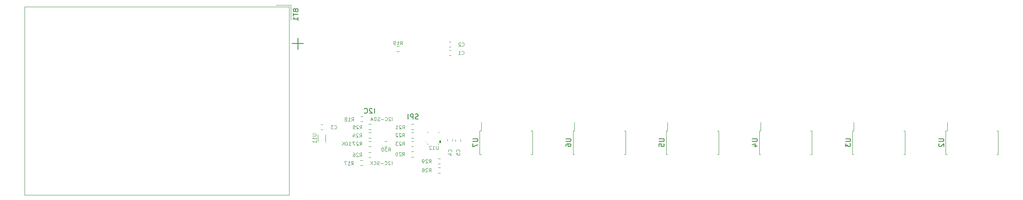
<source format=gbr>
G04 #@! TF.GenerationSoftware,KiCad,Pcbnew,(5.1.12)-1*
G04 #@! TF.CreationDate,2022-05-10T22:26:18-07:00*
G04 #@! TF.ProjectId,Spring2022,53707269-6e67-4323-9032-322e6b696361,rev?*
G04 #@! TF.SameCoordinates,PX3a2c940PY3fe56c0*
G04 #@! TF.FileFunction,Legend,Bot*
G04 #@! TF.FilePolarity,Positive*
%FSLAX46Y46*%
G04 Gerber Fmt 4.6, Leading zero omitted, Abs format (unit mm)*
G04 Created by KiCad (PCBNEW (5.1.12)-1) date 2022-05-10 22:26:18*
%MOMM*%
%LPD*%
G01*
G04 APERTURE LIST*
%ADD10C,0.070000*%
%ADD11C,0.200000*%
%ADD12C,0.120000*%
%ADD13C,0.100000*%
%ADD14C,0.150000*%
G04 APERTURE END LIST*
D10*
X83170000Y6843334D02*
X83170000Y7543334D01*
X82870000Y7476667D02*
X82836666Y7510000D01*
X82770000Y7543334D01*
X82603333Y7543334D01*
X82536666Y7510000D01*
X82503333Y7476667D01*
X82470000Y7410000D01*
X82470000Y7343334D01*
X82503333Y7243334D01*
X82903333Y6843334D01*
X82470000Y6843334D01*
X81770000Y6910000D02*
X81803333Y6876667D01*
X81903333Y6843334D01*
X81970000Y6843334D01*
X82070000Y6876667D01*
X82136666Y6943334D01*
X82170000Y7010000D01*
X82203333Y7143334D01*
X82203333Y7243334D01*
X82170000Y7376667D01*
X82136666Y7443334D01*
X82070000Y7510000D01*
X81970000Y7543334D01*
X81903333Y7543334D01*
X81803333Y7510000D01*
X81770000Y7476667D01*
X81470000Y7110000D02*
X80936666Y7110000D01*
X80636666Y6876667D02*
X80536666Y6843334D01*
X80370000Y6843334D01*
X80303333Y6876667D01*
X80270000Y6910000D01*
X80236666Y6976667D01*
X80236666Y7043334D01*
X80270000Y7110000D01*
X80303333Y7143334D01*
X80370000Y7176667D01*
X80503333Y7210000D01*
X80570000Y7243334D01*
X80603333Y7276667D01*
X80636666Y7343334D01*
X80636666Y7410000D01*
X80603333Y7476667D01*
X80570000Y7510000D01*
X80503333Y7543334D01*
X80336666Y7543334D01*
X80236666Y7510000D01*
X79536666Y6910000D02*
X79570000Y6876667D01*
X79670000Y6843334D01*
X79736666Y6843334D01*
X79836666Y6876667D01*
X79903333Y6943334D01*
X79936666Y7010000D01*
X79970000Y7143334D01*
X79970000Y7243334D01*
X79936666Y7376667D01*
X79903333Y7443334D01*
X79836666Y7510000D01*
X79736666Y7543334D01*
X79670000Y7543334D01*
X79570000Y7510000D01*
X79536666Y7476667D01*
X79236666Y6843334D02*
X79236666Y7543334D01*
X78836666Y6843334D02*
X79136666Y7243334D01*
X78836666Y7543334D02*
X79236666Y7143334D01*
X83250000Y15693334D02*
X83250000Y16393334D01*
X82950000Y16326667D02*
X82916666Y16360000D01*
X82850000Y16393334D01*
X82683333Y16393334D01*
X82616666Y16360000D01*
X82583333Y16326667D01*
X82550000Y16260000D01*
X82550000Y16193334D01*
X82583333Y16093334D01*
X82983333Y15693334D01*
X82550000Y15693334D01*
X81850000Y15760000D02*
X81883333Y15726667D01*
X81983333Y15693334D01*
X82050000Y15693334D01*
X82150000Y15726667D01*
X82216666Y15793334D01*
X82250000Y15860000D01*
X82283333Y15993334D01*
X82283333Y16093334D01*
X82250000Y16226667D01*
X82216666Y16293334D01*
X82150000Y16360000D01*
X82050000Y16393334D01*
X81983333Y16393334D01*
X81883333Y16360000D01*
X81850000Y16326667D01*
X81550000Y15960000D02*
X81016666Y15960000D01*
X80716666Y15726667D02*
X80616666Y15693334D01*
X80450000Y15693334D01*
X80383333Y15726667D01*
X80350000Y15760000D01*
X80316666Y15826667D01*
X80316666Y15893334D01*
X80350000Y15960000D01*
X80383333Y15993334D01*
X80450000Y16026667D01*
X80583333Y16060000D01*
X80650000Y16093334D01*
X80683333Y16126667D01*
X80716666Y16193334D01*
X80716666Y16260000D01*
X80683333Y16326667D01*
X80650000Y16360000D01*
X80583333Y16393334D01*
X80416666Y16393334D01*
X80316666Y16360000D01*
X80016666Y15693334D02*
X80016666Y16393334D01*
X79850000Y16393334D01*
X79750000Y16360000D01*
X79683333Y16293334D01*
X79650000Y16226667D01*
X79616666Y16093334D01*
X79616666Y15993334D01*
X79650000Y15860000D01*
X79683333Y15793334D01*
X79750000Y15726667D01*
X79850000Y15693334D01*
X80016666Y15693334D01*
X79350000Y15893334D02*
X79016666Y15893334D01*
X79416666Y15693334D02*
X79183333Y16393334D01*
X78950000Y15693334D01*
X74567333Y10733334D02*
X74967333Y10733334D01*
X74767333Y10733334D02*
X74767333Y11433334D01*
X74834000Y11333334D01*
X74900666Y11266667D01*
X74967333Y11233334D01*
X74134000Y11433334D02*
X74067333Y11433334D01*
X74000666Y11400000D01*
X73967333Y11366667D01*
X73934000Y11300000D01*
X73900666Y11166667D01*
X73900666Y11000000D01*
X73934000Y10866667D01*
X73967333Y10800000D01*
X74000666Y10766667D01*
X74067333Y10733334D01*
X74134000Y10733334D01*
X74200666Y10766667D01*
X74234000Y10800000D01*
X74267333Y10866667D01*
X74300666Y11000000D01*
X74300666Y11166667D01*
X74267333Y11300000D01*
X74234000Y11366667D01*
X74200666Y11400000D01*
X74134000Y11433334D01*
X73600666Y10733334D02*
X73600666Y11433334D01*
X73200666Y10733334D02*
X73500666Y11133334D01*
X73200666Y11433334D02*
X73600666Y11033334D01*
D11*
X79696190Y17167620D02*
X79696190Y18167620D01*
X79267619Y18072381D02*
X79220000Y18120000D01*
X79124761Y18167620D01*
X78886666Y18167620D01*
X78791428Y18120000D01*
X78743809Y18072381D01*
X78696190Y17977143D01*
X78696190Y17881905D01*
X78743809Y17739048D01*
X79315238Y17167620D01*
X78696190Y17167620D01*
X77696190Y17262858D02*
X77743809Y17215239D01*
X77886666Y17167620D01*
X77981904Y17167620D01*
X78124761Y17215239D01*
X78220000Y17310477D01*
X78267619Y17405715D01*
X78315238Y17596191D01*
X78315238Y17739048D01*
X78267619Y17929524D01*
X78220000Y18024762D01*
X78124761Y18120000D01*
X77981904Y18167620D01*
X77886666Y18167620D01*
X77743809Y18120000D01*
X77696190Y18072381D01*
X88447809Y16045239D02*
X88304952Y15997620D01*
X88066857Y15997620D01*
X87971619Y16045239D01*
X87924000Y16092858D01*
X87876380Y16188096D01*
X87876380Y16283334D01*
X87924000Y16378572D01*
X87971619Y16426191D01*
X88066857Y16473810D01*
X88257333Y16521429D01*
X88352571Y16569048D01*
X88400190Y16616667D01*
X88447809Y16711905D01*
X88447809Y16807143D01*
X88400190Y16902381D01*
X88352571Y16950000D01*
X88257333Y16997620D01*
X88019238Y16997620D01*
X87876380Y16950000D01*
X87447809Y15997620D02*
X87447809Y16997620D01*
X87066857Y16997620D01*
X86971619Y16950000D01*
X86924000Y16902381D01*
X86876380Y16807143D01*
X86876380Y16664286D01*
X86924000Y16569048D01*
X86971619Y16521429D01*
X87066857Y16473810D01*
X87447809Y16473810D01*
X86447809Y15997620D02*
X86447809Y16997620D01*
D12*
G04 #@! TO.C,U12*
X90004828Y11490000D02*
G75*
G03*
X90004828Y11490000I-60828J0D01*
G01*
X90227500Y13436500D02*
X90397071Y13436500D01*
X92640500Y11023500D02*
X92470929Y11023500D01*
X90397071Y11023500D02*
X90227500Y11023500D01*
X92470929Y13436500D02*
X92640500Y13436500D01*
D13*
G36*
X92932600Y11289499D02*
G01*
X92932600Y11670499D01*
X92678600Y11670499D01*
X92678600Y11289499D01*
X92932600Y11289499D01*
G37*
X92932600Y11289499D02*
X92932600Y11670499D01*
X92678600Y11670499D01*
X92678600Y11289499D01*
X92932600Y11289499D01*
D12*
G04 #@! TO.C,U7*
X111290000Y11300000D02*
X111290000Y8915000D01*
X111290000Y8915000D02*
X111010000Y8915000D01*
X111290000Y11300000D02*
X111290000Y13685000D01*
X111290000Y13685000D02*
X111010000Y13685000D01*
X100770000Y11300000D02*
X100770000Y8915000D01*
X100770000Y8915000D02*
X101050000Y8915000D01*
X100770000Y11300000D02*
X100770000Y13685000D01*
X100770000Y13685000D02*
X101050000Y13685000D01*
X101050000Y13685000D02*
X101050000Y15350000D01*
G04 #@! TO.C,R30*
X81756742Y10527500D02*
X82231258Y10527500D01*
X81756742Y11572500D02*
X82231258Y11572500D01*
D13*
G04 #@! TO.C,U11*
X69934000Y11450000D02*
X69934000Y12850000D01*
X68434000Y11450000D02*
X68434000Y12850000D01*
X70034000Y11150000D02*
G75*
G03*
X70034000Y11150000I-50000J0D01*
G01*
D12*
G04 #@! TO.C,R29*
X92871258Y8052500D02*
X92396742Y8052500D01*
X92871258Y7007500D02*
X92396742Y7007500D01*
G04 #@! TO.C,R28*
X92871258Y6252500D02*
X92396742Y6252500D01*
X92871258Y5207500D02*
X92396742Y5207500D01*
G04 #@! TO.C,R27*
X78546742Y10527500D02*
X79021258Y10527500D01*
X78546742Y11572500D02*
X79021258Y11572500D01*
G04 #@! TO.C,R26*
X78526742Y8307500D02*
X79001258Y8307500D01*
X78526742Y9352500D02*
X79001258Y9352500D01*
G04 #@! TO.C,R25*
X78546742Y13927500D02*
X79021258Y13927500D01*
X78546742Y14972500D02*
X79021258Y14972500D01*
G04 #@! TO.C,R24*
X79021258Y13272500D02*
X78546742Y13272500D01*
X79021258Y12227500D02*
X78546742Y12227500D01*
G04 #@! TO.C,R23*
X87086742Y10527500D02*
X87561258Y10527500D01*
X87086742Y11572500D02*
X87561258Y11572500D01*
G04 #@! TO.C,R22*
X87086742Y12227500D02*
X87561258Y12227500D01*
X87086742Y13272500D02*
X87561258Y13272500D01*
G04 #@! TO.C,R21*
X87086742Y13927500D02*
X87561258Y13927500D01*
X87086742Y14972500D02*
X87561258Y14972500D01*
G04 #@! TO.C,R20*
X87086742Y8439500D02*
X87561258Y8439500D01*
X87086742Y9484500D02*
X87561258Y9484500D01*
G04 #@! TO.C,R19*
X84637258Y30622500D02*
X84162742Y30622500D01*
X84637258Y29577500D02*
X84162742Y29577500D01*
G04 #@! TO.C,R18*
X76902742Y15517500D02*
X77377258Y15517500D01*
X76902742Y16562500D02*
X77377258Y16562500D01*
G04 #@! TO.C,R17*
X76872742Y6707500D02*
X77347258Y6707500D01*
X76872742Y7752500D02*
X77347258Y7752500D01*
G04 #@! TO.C,C5*
X95924000Y11558733D02*
X95924000Y11901267D01*
X96944000Y11558733D02*
X96944000Y11901267D01*
G04 #@! TO.C,C4*
X94324000Y11583733D02*
X94324000Y11926267D01*
X95344000Y11583733D02*
X95344000Y11926267D01*
G04 #@! TO.C,C3*
X69008733Y14920000D02*
X69351267Y14920000D01*
X69008733Y13900000D02*
X69351267Y13900000D01*
G04 #@! TO.C,C2*
X94624733Y31494000D02*
X94967267Y31494000D01*
X94624733Y30474000D02*
X94967267Y30474000D01*
G04 #@! TO.C,C1*
X94604733Y29804000D02*
X94947267Y29804000D01*
X94604733Y28784000D02*
X94947267Y28784000D01*
G04 #@! TO.C,BT1*
X62990000Y35900000D02*
X62990000Y38900000D01*
X62990000Y38900000D02*
X59990000Y38900000D01*
X62610000Y38520000D02*
X9740000Y38520000D01*
X9740000Y38520000D02*
X9740000Y780000D01*
X62610000Y780000D02*
X9740000Y780000D01*
X62610000Y38520000D02*
X62610000Y780000D01*
G04 #@! TO.C,U6*
X129930000Y11300000D02*
X129930000Y8915000D01*
X129930000Y8915000D02*
X129650000Y8915000D01*
X129930000Y11300000D02*
X129930000Y13685000D01*
X129930000Y13685000D02*
X129650000Y13685000D01*
X119410000Y11300000D02*
X119410000Y8915000D01*
X119410000Y8915000D02*
X119690000Y8915000D01*
X119410000Y11300000D02*
X119410000Y13685000D01*
X119410000Y13685000D02*
X119690000Y13685000D01*
X119690000Y13685000D02*
X119690000Y15350000D01*
G04 #@! TO.C,U5*
X148570000Y11300000D02*
X148570000Y8915000D01*
X148570000Y8915000D02*
X148290000Y8915000D01*
X148570000Y11300000D02*
X148570000Y13685000D01*
X148570000Y13685000D02*
X148290000Y13685000D01*
X138050000Y11300000D02*
X138050000Y8915000D01*
X138050000Y8915000D02*
X138330000Y8915000D01*
X138050000Y11300000D02*
X138050000Y13685000D01*
X138050000Y13685000D02*
X138330000Y13685000D01*
X138330000Y13685000D02*
X138330000Y15350000D01*
G04 #@! TO.C,U4*
X167210000Y11300000D02*
X167210000Y8915000D01*
X167210000Y8915000D02*
X166930000Y8915000D01*
X167210000Y11300000D02*
X167210000Y13685000D01*
X167210000Y13685000D02*
X166930000Y13685000D01*
X156690000Y11300000D02*
X156690000Y8915000D01*
X156690000Y8915000D02*
X156970000Y8915000D01*
X156690000Y11300000D02*
X156690000Y13685000D01*
X156690000Y13685000D02*
X156970000Y13685000D01*
X156970000Y13685000D02*
X156970000Y15350000D01*
G04 #@! TO.C,U3*
X185850000Y11300000D02*
X185850000Y8915000D01*
X185850000Y8915000D02*
X185570000Y8915000D01*
X185850000Y11300000D02*
X185850000Y13685000D01*
X185850000Y13685000D02*
X185570000Y13685000D01*
X175330000Y11300000D02*
X175330000Y8915000D01*
X175330000Y8915000D02*
X175610000Y8915000D01*
X175330000Y11300000D02*
X175330000Y13685000D01*
X175330000Y13685000D02*
X175610000Y13685000D01*
X175610000Y13685000D02*
X175610000Y15350000D01*
G04 #@! TO.C,U2*
X204490000Y11300000D02*
X204490000Y8915000D01*
X204490000Y8915000D02*
X204210000Y8915000D01*
X204490000Y11300000D02*
X204490000Y13685000D01*
X204490000Y13685000D02*
X204210000Y13685000D01*
X193970000Y11300000D02*
X193970000Y8915000D01*
X193970000Y8915000D02*
X194250000Y8915000D01*
X193970000Y11300000D02*
X193970000Y13685000D01*
X193970000Y13685000D02*
X194250000Y13685000D01*
X194250000Y13685000D02*
X194250000Y15350000D01*
G04 #@! TO.C,U12*
D10*
X92410666Y10615334D02*
X92410666Y10048667D01*
X92377333Y9982000D01*
X92344000Y9948667D01*
X92277333Y9915334D01*
X92144000Y9915334D01*
X92077333Y9948667D01*
X92044000Y9982000D01*
X92010666Y10048667D01*
X92010666Y10615334D01*
X91310666Y9915334D02*
X91710666Y9915334D01*
X91510666Y9915334D02*
X91510666Y10615334D01*
X91577333Y10515334D01*
X91644000Y10448667D01*
X91710666Y10415334D01*
X91044000Y10548667D02*
X91010666Y10582000D01*
X90944000Y10615334D01*
X90777333Y10615334D01*
X90710666Y10582000D01*
X90677333Y10548667D01*
X90644000Y10482000D01*
X90644000Y10415334D01*
X90677333Y10315334D01*
X91077333Y9915334D01*
X90644000Y9915334D01*
G04 #@! TO.C,U7*
D14*
X99382380Y12061905D02*
X100191904Y12061905D01*
X100287142Y12014286D01*
X100334761Y11966667D01*
X100382380Y11871429D01*
X100382380Y11680953D01*
X100334761Y11585715D01*
X100287142Y11538096D01*
X100191904Y11490477D01*
X99382380Y11490477D01*
X99382380Y11109524D02*
X99382380Y10442858D01*
X100382380Y10871429D01*
G04 #@! TO.C,R30*
D10*
X82444000Y9583334D02*
X82677333Y9916667D01*
X82844000Y9583334D02*
X82844000Y10283334D01*
X82577333Y10283334D01*
X82510666Y10250000D01*
X82477333Y10216667D01*
X82444000Y10150000D01*
X82444000Y10050000D01*
X82477333Y9983334D01*
X82510666Y9950000D01*
X82577333Y9916667D01*
X82844000Y9916667D01*
X82210666Y10283334D02*
X81777333Y10283334D01*
X82010666Y10016667D01*
X81910666Y10016667D01*
X81844000Y9983334D01*
X81810666Y9950000D01*
X81777333Y9883334D01*
X81777333Y9716667D01*
X81810666Y9650000D01*
X81844000Y9616667D01*
X81910666Y9583334D01*
X82110666Y9583334D01*
X82177333Y9616667D01*
X82210666Y9650000D01*
X81344000Y10283334D02*
X81277333Y10283334D01*
X81210666Y10250000D01*
X81177333Y10216667D01*
X81144000Y10150000D01*
X81110666Y10016667D01*
X81110666Y9850000D01*
X81144000Y9716667D01*
X81177333Y9650000D01*
X81210666Y9616667D01*
X81277333Y9583334D01*
X81344000Y9583334D01*
X81410666Y9616667D01*
X81444000Y9650000D01*
X81477333Y9716667D01*
X81510666Y9850000D01*
X81510666Y10016667D01*
X81477333Y10150000D01*
X81444000Y10216667D01*
X81410666Y10250000D01*
X81344000Y10283334D01*
G04 #@! TO.C,U11*
X67316666Y13026667D02*
X67883333Y13026667D01*
X67950000Y12993334D01*
X67983333Y12960000D01*
X68016666Y12893334D01*
X68016666Y12760000D01*
X67983333Y12693334D01*
X67950000Y12660000D01*
X67883333Y12626667D01*
X67316666Y12626667D01*
X68016666Y11926667D02*
X68016666Y12326667D01*
X68016666Y12126667D02*
X67316666Y12126667D01*
X67416666Y12193334D01*
X67483333Y12260000D01*
X67516666Y12326667D01*
X68016666Y11260000D02*
X68016666Y11660000D01*
X68016666Y11460000D02*
X67316666Y11460000D01*
X67416666Y11526667D01*
X67483333Y11593334D01*
X67516666Y11660000D01*
G04 #@! TO.C,R29*
X90584000Y7213334D02*
X90817333Y7546667D01*
X90984000Y7213334D02*
X90984000Y7913334D01*
X90717333Y7913334D01*
X90650666Y7880000D01*
X90617333Y7846667D01*
X90584000Y7780000D01*
X90584000Y7680000D01*
X90617333Y7613334D01*
X90650666Y7580000D01*
X90717333Y7546667D01*
X90984000Y7546667D01*
X90317333Y7846667D02*
X90284000Y7880000D01*
X90217333Y7913334D01*
X90050666Y7913334D01*
X89984000Y7880000D01*
X89950666Y7846667D01*
X89917333Y7780000D01*
X89917333Y7713334D01*
X89950666Y7613334D01*
X90350666Y7213334D01*
X89917333Y7213334D01*
X89584000Y7213334D02*
X89450666Y7213334D01*
X89384000Y7246667D01*
X89350666Y7280000D01*
X89284000Y7380000D01*
X89250666Y7513334D01*
X89250666Y7780000D01*
X89284000Y7846667D01*
X89317333Y7880000D01*
X89384000Y7913334D01*
X89517333Y7913334D01*
X89584000Y7880000D01*
X89617333Y7846667D01*
X89650666Y7780000D01*
X89650666Y7613334D01*
X89617333Y7546667D01*
X89584000Y7513334D01*
X89517333Y7480000D01*
X89384000Y7480000D01*
X89317333Y7513334D01*
X89284000Y7546667D01*
X89250666Y7613334D01*
G04 #@! TO.C,R28*
X90584000Y5413334D02*
X90817333Y5746667D01*
X90984000Y5413334D02*
X90984000Y6113334D01*
X90717333Y6113334D01*
X90650666Y6080000D01*
X90617333Y6046667D01*
X90584000Y5980000D01*
X90584000Y5880000D01*
X90617333Y5813334D01*
X90650666Y5780000D01*
X90717333Y5746667D01*
X90984000Y5746667D01*
X90317333Y6046667D02*
X90284000Y6080000D01*
X90217333Y6113334D01*
X90050666Y6113334D01*
X89984000Y6080000D01*
X89950666Y6046667D01*
X89917333Y5980000D01*
X89917333Y5913334D01*
X89950666Y5813334D01*
X90350666Y5413334D01*
X89917333Y5413334D01*
X89517333Y5813334D02*
X89584000Y5846667D01*
X89617333Y5880000D01*
X89650666Y5946667D01*
X89650666Y5980000D01*
X89617333Y6046667D01*
X89584000Y6080000D01*
X89517333Y6113334D01*
X89384000Y6113334D01*
X89317333Y6080000D01*
X89284000Y6046667D01*
X89250666Y5980000D01*
X89250666Y5946667D01*
X89284000Y5880000D01*
X89317333Y5846667D01*
X89384000Y5813334D01*
X89517333Y5813334D01*
X89584000Y5780000D01*
X89617333Y5746667D01*
X89650666Y5680000D01*
X89650666Y5546667D01*
X89617333Y5480000D01*
X89584000Y5446667D01*
X89517333Y5413334D01*
X89384000Y5413334D01*
X89317333Y5446667D01*
X89284000Y5480000D01*
X89250666Y5546667D01*
X89250666Y5680000D01*
X89284000Y5746667D01*
X89317333Y5780000D01*
X89384000Y5813334D01*
G04 #@! TO.C,R27*
X76734000Y10733334D02*
X76967333Y11066667D01*
X77134000Y10733334D02*
X77134000Y11433334D01*
X76867333Y11433334D01*
X76800666Y11400000D01*
X76767333Y11366667D01*
X76734000Y11300000D01*
X76734000Y11200000D01*
X76767333Y11133334D01*
X76800666Y11100000D01*
X76867333Y11066667D01*
X77134000Y11066667D01*
X76467333Y11366667D02*
X76434000Y11400000D01*
X76367333Y11433334D01*
X76200666Y11433334D01*
X76134000Y11400000D01*
X76100666Y11366667D01*
X76067333Y11300000D01*
X76067333Y11233334D01*
X76100666Y11133334D01*
X76500666Y10733334D01*
X76067333Y10733334D01*
X75834000Y11433334D02*
X75367333Y11433334D01*
X75667333Y10733334D01*
G04 #@! TO.C,R26*
X76714000Y8513334D02*
X76947333Y8846667D01*
X77114000Y8513334D02*
X77114000Y9213334D01*
X76847333Y9213334D01*
X76780666Y9180000D01*
X76747333Y9146667D01*
X76714000Y9080000D01*
X76714000Y8980000D01*
X76747333Y8913334D01*
X76780666Y8880000D01*
X76847333Y8846667D01*
X77114000Y8846667D01*
X76447333Y9146667D02*
X76414000Y9180000D01*
X76347333Y9213334D01*
X76180666Y9213334D01*
X76114000Y9180000D01*
X76080666Y9146667D01*
X76047333Y9080000D01*
X76047333Y9013334D01*
X76080666Y8913334D01*
X76480666Y8513334D01*
X76047333Y8513334D01*
X75447333Y9213334D02*
X75580666Y9213334D01*
X75647333Y9180000D01*
X75680666Y9146667D01*
X75747333Y9046667D01*
X75780666Y8913334D01*
X75780666Y8646667D01*
X75747333Y8580000D01*
X75714000Y8546667D01*
X75647333Y8513334D01*
X75514000Y8513334D01*
X75447333Y8546667D01*
X75414000Y8580000D01*
X75380666Y8646667D01*
X75380666Y8813334D01*
X75414000Y8880000D01*
X75447333Y8913334D01*
X75514000Y8946667D01*
X75647333Y8946667D01*
X75714000Y8913334D01*
X75747333Y8880000D01*
X75780666Y8813334D01*
G04 #@! TO.C,R25*
X76734000Y14033334D02*
X76967333Y14366667D01*
X77134000Y14033334D02*
X77134000Y14733334D01*
X76867333Y14733334D01*
X76800666Y14700000D01*
X76767333Y14666667D01*
X76734000Y14600000D01*
X76734000Y14500000D01*
X76767333Y14433334D01*
X76800666Y14400000D01*
X76867333Y14366667D01*
X77134000Y14366667D01*
X76467333Y14666667D02*
X76434000Y14700000D01*
X76367333Y14733334D01*
X76200666Y14733334D01*
X76134000Y14700000D01*
X76100666Y14666667D01*
X76067333Y14600000D01*
X76067333Y14533334D01*
X76100666Y14433334D01*
X76500666Y14033334D01*
X76067333Y14033334D01*
X75434000Y14733334D02*
X75767333Y14733334D01*
X75800666Y14400000D01*
X75767333Y14433334D01*
X75700666Y14466667D01*
X75534000Y14466667D01*
X75467333Y14433334D01*
X75434000Y14400000D01*
X75400666Y14333334D01*
X75400666Y14166667D01*
X75434000Y14100000D01*
X75467333Y14066667D01*
X75534000Y14033334D01*
X75700666Y14033334D01*
X75767333Y14066667D01*
X75800666Y14100000D01*
G04 #@! TO.C,R24*
X76700000Y12403334D02*
X76933333Y12736667D01*
X77100000Y12403334D02*
X77100000Y13103334D01*
X76833333Y13103334D01*
X76766666Y13070000D01*
X76733333Y13036667D01*
X76700000Y12970000D01*
X76700000Y12870000D01*
X76733333Y12803334D01*
X76766666Y12770000D01*
X76833333Y12736667D01*
X77100000Y12736667D01*
X76433333Y13036667D02*
X76400000Y13070000D01*
X76333333Y13103334D01*
X76166666Y13103334D01*
X76100000Y13070000D01*
X76066666Y13036667D01*
X76033333Y12970000D01*
X76033333Y12903334D01*
X76066666Y12803334D01*
X76466666Y12403334D01*
X76033333Y12403334D01*
X75433333Y12870000D02*
X75433333Y12403334D01*
X75600000Y13136667D02*
X75766666Y12636667D01*
X75333333Y12636667D01*
G04 #@! TO.C,R23*
X85274000Y10733334D02*
X85507333Y11066667D01*
X85674000Y10733334D02*
X85674000Y11433334D01*
X85407333Y11433334D01*
X85340666Y11400000D01*
X85307333Y11366667D01*
X85274000Y11300000D01*
X85274000Y11200000D01*
X85307333Y11133334D01*
X85340666Y11100000D01*
X85407333Y11066667D01*
X85674000Y11066667D01*
X85007333Y11366667D02*
X84974000Y11400000D01*
X84907333Y11433334D01*
X84740666Y11433334D01*
X84674000Y11400000D01*
X84640666Y11366667D01*
X84607333Y11300000D01*
X84607333Y11233334D01*
X84640666Y11133334D01*
X85040666Y10733334D01*
X84607333Y10733334D01*
X84374000Y11433334D02*
X83940666Y11433334D01*
X84174000Y11166667D01*
X84074000Y11166667D01*
X84007333Y11133334D01*
X83974000Y11100000D01*
X83940666Y11033334D01*
X83940666Y10866667D01*
X83974000Y10800000D01*
X84007333Y10766667D01*
X84074000Y10733334D01*
X84274000Y10733334D01*
X84340666Y10766667D01*
X84374000Y10800000D01*
G04 #@! TO.C,R22*
X85274000Y12433334D02*
X85507333Y12766667D01*
X85674000Y12433334D02*
X85674000Y13133334D01*
X85407333Y13133334D01*
X85340666Y13100000D01*
X85307333Y13066667D01*
X85274000Y13000000D01*
X85274000Y12900000D01*
X85307333Y12833334D01*
X85340666Y12800000D01*
X85407333Y12766667D01*
X85674000Y12766667D01*
X85007333Y13066667D02*
X84974000Y13100000D01*
X84907333Y13133334D01*
X84740666Y13133334D01*
X84674000Y13100000D01*
X84640666Y13066667D01*
X84607333Y13000000D01*
X84607333Y12933334D01*
X84640666Y12833334D01*
X85040666Y12433334D01*
X84607333Y12433334D01*
X84340666Y13066667D02*
X84307333Y13100000D01*
X84240666Y13133334D01*
X84074000Y13133334D01*
X84007333Y13100000D01*
X83974000Y13066667D01*
X83940666Y13000000D01*
X83940666Y12933334D01*
X83974000Y12833334D01*
X84374000Y12433334D01*
X83940666Y12433334D01*
G04 #@! TO.C,R21*
X85274000Y14033334D02*
X85507333Y14366667D01*
X85674000Y14033334D02*
X85674000Y14733334D01*
X85407333Y14733334D01*
X85340666Y14700000D01*
X85307333Y14666667D01*
X85274000Y14600000D01*
X85274000Y14500000D01*
X85307333Y14433334D01*
X85340666Y14400000D01*
X85407333Y14366667D01*
X85674000Y14366667D01*
X85007333Y14666667D02*
X84974000Y14700000D01*
X84907333Y14733334D01*
X84740666Y14733334D01*
X84674000Y14700000D01*
X84640666Y14666667D01*
X84607333Y14600000D01*
X84607333Y14533334D01*
X84640666Y14433334D01*
X85040666Y14033334D01*
X84607333Y14033334D01*
X83940666Y14033334D02*
X84340666Y14033334D01*
X84140666Y14033334D02*
X84140666Y14733334D01*
X84207333Y14633334D01*
X84274000Y14566667D01*
X84340666Y14533334D01*
G04 #@! TO.C,R20*
X85274000Y8645334D02*
X85507333Y8978667D01*
X85674000Y8645334D02*
X85674000Y9345334D01*
X85407333Y9345334D01*
X85340666Y9312000D01*
X85307333Y9278667D01*
X85274000Y9212000D01*
X85274000Y9112000D01*
X85307333Y9045334D01*
X85340666Y9012000D01*
X85407333Y8978667D01*
X85674000Y8978667D01*
X85007333Y9278667D02*
X84974000Y9312000D01*
X84907333Y9345334D01*
X84740666Y9345334D01*
X84674000Y9312000D01*
X84640666Y9278667D01*
X84607333Y9212000D01*
X84607333Y9145334D01*
X84640666Y9045334D01*
X85040666Y8645334D01*
X84607333Y8645334D01*
X84174000Y9345334D02*
X84107333Y9345334D01*
X84040666Y9312000D01*
X84007333Y9278667D01*
X83974000Y9212000D01*
X83940666Y9078667D01*
X83940666Y8912000D01*
X83974000Y8778667D01*
X84007333Y8712000D01*
X84040666Y8678667D01*
X84107333Y8645334D01*
X84174000Y8645334D01*
X84240666Y8678667D01*
X84274000Y8712000D01*
X84307333Y8778667D01*
X84340666Y8912000D01*
X84340666Y9078667D01*
X84307333Y9212000D01*
X84274000Y9278667D01*
X84240666Y9312000D01*
X84174000Y9345334D01*
G04 #@! TO.C,R19*
X84850000Y30933334D02*
X85083333Y31266667D01*
X85250000Y30933334D02*
X85250000Y31633334D01*
X84983333Y31633334D01*
X84916666Y31600000D01*
X84883333Y31566667D01*
X84850000Y31500000D01*
X84850000Y31400000D01*
X84883333Y31333334D01*
X84916666Y31300000D01*
X84983333Y31266667D01*
X85250000Y31266667D01*
X84183333Y30933334D02*
X84583333Y30933334D01*
X84383333Y30933334D02*
X84383333Y31633334D01*
X84450000Y31533334D01*
X84516666Y31466667D01*
X84583333Y31433334D01*
X83850000Y30933334D02*
X83716666Y30933334D01*
X83650000Y30966667D01*
X83616666Y31000000D01*
X83550000Y31100000D01*
X83516666Y31233334D01*
X83516666Y31500000D01*
X83550000Y31566667D01*
X83583333Y31600000D01*
X83650000Y31633334D01*
X83783333Y31633334D01*
X83850000Y31600000D01*
X83883333Y31566667D01*
X83916666Y31500000D01*
X83916666Y31333334D01*
X83883333Y31266667D01*
X83850000Y31233334D01*
X83783333Y31200000D01*
X83650000Y31200000D01*
X83583333Y31233334D01*
X83550000Y31266667D01*
X83516666Y31333334D01*
G04 #@! TO.C,R18*
X75090000Y15623334D02*
X75323333Y15956667D01*
X75490000Y15623334D02*
X75490000Y16323334D01*
X75223333Y16323334D01*
X75156666Y16290000D01*
X75123333Y16256667D01*
X75090000Y16190000D01*
X75090000Y16090000D01*
X75123333Y16023334D01*
X75156666Y15990000D01*
X75223333Y15956667D01*
X75490000Y15956667D01*
X74423333Y15623334D02*
X74823333Y15623334D01*
X74623333Y15623334D02*
X74623333Y16323334D01*
X74690000Y16223334D01*
X74756666Y16156667D01*
X74823333Y16123334D01*
X74023333Y16023334D02*
X74090000Y16056667D01*
X74123333Y16090000D01*
X74156666Y16156667D01*
X74156666Y16190000D01*
X74123333Y16256667D01*
X74090000Y16290000D01*
X74023333Y16323334D01*
X73890000Y16323334D01*
X73823333Y16290000D01*
X73790000Y16256667D01*
X73756666Y16190000D01*
X73756666Y16156667D01*
X73790000Y16090000D01*
X73823333Y16056667D01*
X73890000Y16023334D01*
X74023333Y16023334D01*
X74090000Y15990000D01*
X74123333Y15956667D01*
X74156666Y15890000D01*
X74156666Y15756667D01*
X74123333Y15690000D01*
X74090000Y15656667D01*
X74023333Y15623334D01*
X73890000Y15623334D01*
X73823333Y15656667D01*
X73790000Y15690000D01*
X73756666Y15756667D01*
X73756666Y15890000D01*
X73790000Y15956667D01*
X73823333Y15990000D01*
X73890000Y16023334D01*
G04 #@! TO.C,R17*
X75060000Y6813334D02*
X75293333Y7146667D01*
X75460000Y6813334D02*
X75460000Y7513334D01*
X75193333Y7513334D01*
X75126666Y7480000D01*
X75093333Y7446667D01*
X75060000Y7380000D01*
X75060000Y7280000D01*
X75093333Y7213334D01*
X75126666Y7180000D01*
X75193333Y7146667D01*
X75460000Y7146667D01*
X74393333Y6813334D02*
X74793333Y6813334D01*
X74593333Y6813334D02*
X74593333Y7513334D01*
X74660000Y7413334D01*
X74726666Y7346667D01*
X74793333Y7313334D01*
X74160000Y7513334D02*
X73693333Y7513334D01*
X73993333Y6813334D01*
G04 #@! TO.C,C5*
X96684000Y9446667D02*
X96717333Y9480000D01*
X96750666Y9580000D01*
X96750666Y9646667D01*
X96717333Y9746667D01*
X96650666Y9813334D01*
X96584000Y9846667D01*
X96450666Y9880000D01*
X96350666Y9880000D01*
X96217333Y9846667D01*
X96150666Y9813334D01*
X96084000Y9746667D01*
X96050666Y9646667D01*
X96050666Y9580000D01*
X96084000Y9480000D01*
X96117333Y9446667D01*
X96050666Y8813334D02*
X96050666Y9146667D01*
X96384000Y9180000D01*
X96350666Y9146667D01*
X96317333Y9080000D01*
X96317333Y8913334D01*
X96350666Y8846667D01*
X96384000Y8813334D01*
X96450666Y8780000D01*
X96617333Y8780000D01*
X96684000Y8813334D01*
X96717333Y8846667D01*
X96750666Y8913334D01*
X96750666Y9080000D01*
X96717333Y9146667D01*
X96684000Y9180000D01*
G04 #@! TO.C,C4*
X95084000Y9446667D02*
X95117333Y9480000D01*
X95150666Y9580000D01*
X95150666Y9646667D01*
X95117333Y9746667D01*
X95050666Y9813334D01*
X94984000Y9846667D01*
X94850666Y9880000D01*
X94750666Y9880000D01*
X94617333Y9846667D01*
X94550666Y9813334D01*
X94484000Y9746667D01*
X94450666Y9646667D01*
X94450666Y9580000D01*
X94484000Y9480000D01*
X94517333Y9446667D01*
X94684000Y8846667D02*
X95150666Y8846667D01*
X94417333Y9013334D02*
X94917333Y9180000D01*
X94917333Y8746667D01*
G04 #@! TO.C,C3*
X71706666Y14100000D02*
X71740000Y14066667D01*
X71840000Y14033334D01*
X71906666Y14033334D01*
X72006666Y14066667D01*
X72073333Y14133334D01*
X72106666Y14200000D01*
X72140000Y14333334D01*
X72140000Y14433334D01*
X72106666Y14566667D01*
X72073333Y14633334D01*
X72006666Y14700000D01*
X71906666Y14733334D01*
X71840000Y14733334D01*
X71740000Y14700000D01*
X71706666Y14666667D01*
X71473333Y14733334D02*
X71040000Y14733334D01*
X71273333Y14466667D01*
X71173333Y14466667D01*
X71106666Y14433334D01*
X71073333Y14400000D01*
X71040000Y14333334D01*
X71040000Y14166667D01*
X71073333Y14100000D01*
X71106666Y14066667D01*
X71173333Y14033334D01*
X71373333Y14033334D01*
X71440000Y14066667D01*
X71473333Y14100000D01*
G04 #@! TO.C,C2*
X97202666Y30704000D02*
X97236000Y30670667D01*
X97336000Y30637334D01*
X97402666Y30637334D01*
X97502666Y30670667D01*
X97569333Y30737334D01*
X97602666Y30804000D01*
X97636000Y30937334D01*
X97636000Y31037334D01*
X97602666Y31170667D01*
X97569333Y31237334D01*
X97502666Y31304000D01*
X97402666Y31337334D01*
X97336000Y31337334D01*
X97236000Y31304000D01*
X97202666Y31270667D01*
X96936000Y31270667D02*
X96902666Y31304000D01*
X96836000Y31337334D01*
X96669333Y31337334D01*
X96602666Y31304000D01*
X96569333Y31270667D01*
X96536000Y31204000D01*
X96536000Y31137334D01*
X96569333Y31037334D01*
X96969333Y30637334D01*
X96536000Y30637334D01*
G04 #@! TO.C,C1*
X97162666Y29054000D02*
X97196000Y29020667D01*
X97296000Y28987334D01*
X97362666Y28987334D01*
X97462666Y29020667D01*
X97529333Y29087334D01*
X97562666Y29154000D01*
X97596000Y29287334D01*
X97596000Y29387334D01*
X97562666Y29520667D01*
X97529333Y29587334D01*
X97462666Y29654000D01*
X97362666Y29687334D01*
X97296000Y29687334D01*
X97196000Y29654000D01*
X97162666Y29620667D01*
X96496000Y28987334D02*
X96896000Y28987334D01*
X96696000Y28987334D02*
X96696000Y29687334D01*
X96762666Y29587334D01*
X96829333Y29520667D01*
X96896000Y29487334D01*
G04 #@! TO.C,BT1*
D14*
X63928571Y37785715D02*
X63976190Y37642858D01*
X64023809Y37595239D01*
X64119047Y37547620D01*
X64261904Y37547620D01*
X64357142Y37595239D01*
X64404761Y37642858D01*
X64452380Y37738096D01*
X64452380Y38119048D01*
X63452380Y38119048D01*
X63452380Y37785715D01*
X63500000Y37690477D01*
X63547619Y37642858D01*
X63642857Y37595239D01*
X63738095Y37595239D01*
X63833333Y37642858D01*
X63880952Y37690477D01*
X63928571Y37785715D01*
X63928571Y38119048D01*
X63452380Y37261905D02*
X63452380Y36690477D01*
X64452380Y36976191D02*
X63452380Y36976191D01*
X64452380Y35833334D02*
X64452380Y36404762D01*
X64452380Y36119048D02*
X63452380Y36119048D01*
X63595238Y36214286D01*
X63690476Y36309524D01*
X63738095Y36404762D01*
X65542857Y31135715D02*
X63257142Y31135715D01*
X64400000Y29992858D02*
X64400000Y32278572D01*
G04 #@! TO.C,U6*
X118022380Y12061905D02*
X118831904Y12061905D01*
X118927142Y12014286D01*
X118974761Y11966667D01*
X119022380Y11871429D01*
X119022380Y11680953D01*
X118974761Y11585715D01*
X118927142Y11538096D01*
X118831904Y11490477D01*
X118022380Y11490477D01*
X118022380Y10585715D02*
X118022380Y10776191D01*
X118070000Y10871429D01*
X118117619Y10919048D01*
X118260476Y11014286D01*
X118450952Y11061905D01*
X118831904Y11061905D01*
X118927142Y11014286D01*
X118974761Y10966667D01*
X119022380Y10871429D01*
X119022380Y10680953D01*
X118974761Y10585715D01*
X118927142Y10538096D01*
X118831904Y10490477D01*
X118593809Y10490477D01*
X118498571Y10538096D01*
X118450952Y10585715D01*
X118403333Y10680953D01*
X118403333Y10871429D01*
X118450952Y10966667D01*
X118498571Y11014286D01*
X118593809Y11061905D01*
G04 #@! TO.C,U5*
X136662380Y12061905D02*
X137471904Y12061905D01*
X137567142Y12014286D01*
X137614761Y11966667D01*
X137662380Y11871429D01*
X137662380Y11680953D01*
X137614761Y11585715D01*
X137567142Y11538096D01*
X137471904Y11490477D01*
X136662380Y11490477D01*
X136662380Y10538096D02*
X136662380Y11014286D01*
X137138571Y11061905D01*
X137090952Y11014286D01*
X137043333Y10919048D01*
X137043333Y10680953D01*
X137090952Y10585715D01*
X137138571Y10538096D01*
X137233809Y10490477D01*
X137471904Y10490477D01*
X137567142Y10538096D01*
X137614761Y10585715D01*
X137662380Y10680953D01*
X137662380Y10919048D01*
X137614761Y11014286D01*
X137567142Y11061905D01*
G04 #@! TO.C,U4*
X155302380Y12061905D02*
X156111904Y12061905D01*
X156207142Y12014286D01*
X156254761Y11966667D01*
X156302380Y11871429D01*
X156302380Y11680953D01*
X156254761Y11585715D01*
X156207142Y11538096D01*
X156111904Y11490477D01*
X155302380Y11490477D01*
X155635714Y10585715D02*
X156302380Y10585715D01*
X155254761Y10823810D02*
X155969047Y11061905D01*
X155969047Y10442858D01*
G04 #@! TO.C,U3*
X173942380Y12061905D02*
X174751904Y12061905D01*
X174847142Y12014286D01*
X174894761Y11966667D01*
X174942380Y11871429D01*
X174942380Y11680953D01*
X174894761Y11585715D01*
X174847142Y11538096D01*
X174751904Y11490477D01*
X173942380Y11490477D01*
X173942380Y11109524D02*
X173942380Y10490477D01*
X174323333Y10823810D01*
X174323333Y10680953D01*
X174370952Y10585715D01*
X174418571Y10538096D01*
X174513809Y10490477D01*
X174751904Y10490477D01*
X174847142Y10538096D01*
X174894761Y10585715D01*
X174942380Y10680953D01*
X174942380Y10966667D01*
X174894761Y11061905D01*
X174847142Y11109524D01*
G04 #@! TO.C,U2*
X192582380Y12061905D02*
X193391904Y12061905D01*
X193487142Y12014286D01*
X193534761Y11966667D01*
X193582380Y11871429D01*
X193582380Y11680953D01*
X193534761Y11585715D01*
X193487142Y11538096D01*
X193391904Y11490477D01*
X192582380Y11490477D01*
X192677619Y11061905D02*
X192630000Y11014286D01*
X192582380Y10919048D01*
X192582380Y10680953D01*
X192630000Y10585715D01*
X192677619Y10538096D01*
X192772857Y10490477D01*
X192868095Y10490477D01*
X193010952Y10538096D01*
X193582380Y11109524D01*
X193582380Y10490477D01*
G04 #@! TD*
M02*

</source>
